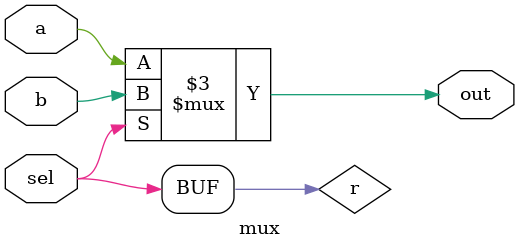
<source format=v>

`timescale 1ns / 100ps

module mux(a,b,sel,out);
    //Todo: define inputs here
	input a;
	input b;
 	input sel;
	output out;
    
    //Todo: define registers and wires here
 

	reg r;

	always @(sel)
		r<= sel;
	

    //Todo: define your logic here 
	assign #5 out =(r == 0)?a:b;
      
endmodule

</source>
